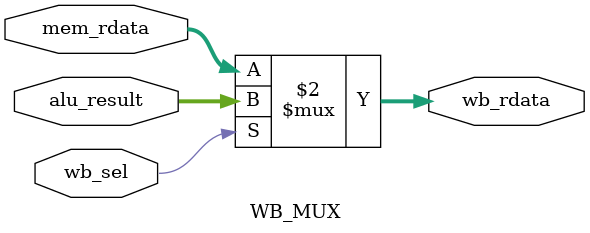
<source format=sv>
`timescale 1ns / 1ps


//¼Ä´æÆ÷¶ÑÐ´»Ø¶àÑ¡Æ÷£¬ÓÃÓÚÑ¡ÔñÐ´»ØµÄÊý¾Ý¡£Ð´»ØµÄÊý¾Ý¿ÉÄÜÀ´×ÔALU£¬Ò²¿ÉÄÜÀ´×ÔÊý¾Ý´æ´¢Æ÷¡£Ñ¡ÔñÐÅºÅÓÉÒëÂëÆ÷¸ø³ö¡£
//ÊäÈëÑ¡ÔñÐÅºÅwb_sel£¬ÓÉÒëÂëÆ÷¸ø³ö
//ÊäÈëalu_result£¬mem_rdata£¬ÓÃÓÚÑ¡ÔñÐ´»ØÊý¾Ý
//Êä³öwb_rdata£¬ÓÃÓÚÐ´»Ø¼Ä´æÆ÷
//Ñ¡ÔñÐÅºÅÎª1Ê±£¬Ñ¡Ôñalu_result£¬·ñÔòÑ¡Ôñmem_rdata

module WB_MUX(
input  wb_sel,
input [31:0] alu_result,
input [31:0] mem_rdata,
output reg [31:0] wb_rdata

    );

assign wb_rdata = (wb_sel == 1'b1) ? alu_result : mem_rdata;


endmodule



</source>
